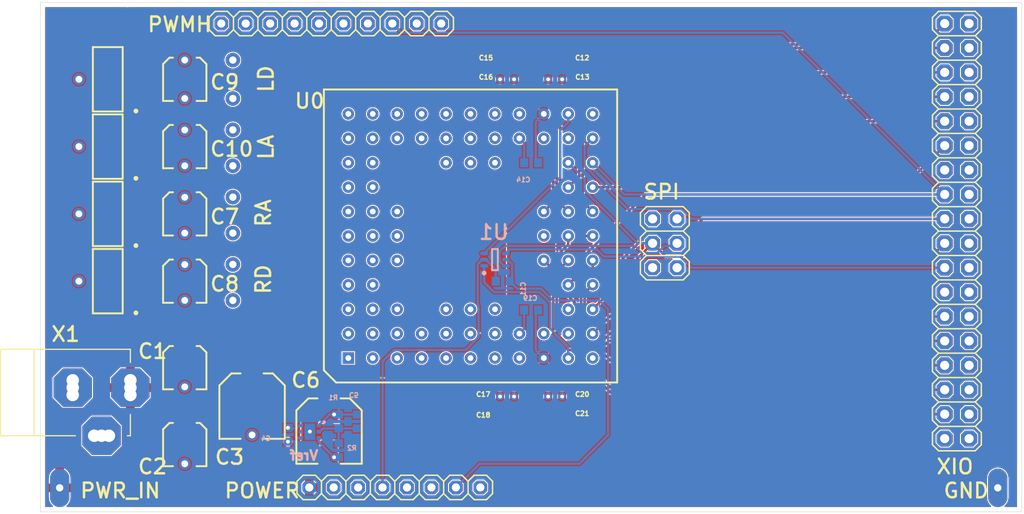
<source format=kicad_pcb>
(kicad_pcb (version 20241229) (generator "pcbnew") (generator_version "9.0")
  (layers (0 "F.Cu" signal "Component Side") (4 "In1.Cu" signal "Power") (6 "In2.Cu" signal "Ground") (2 "B.Cu" signal "Solder Side") (13 "F.Paste" user "Top Paste") (15 "B.Paste" user "Bottom Paste") (5 "F.SilkS" user "Top Overlay") (7 "B.SilkS" user "Bottom Overlay") (1 "F.Mask" user "Top Solder") (3 "B.Mask" user "Bottom Solder") (25 "Edge.Cuts" user))
  (net 0 "")
  (net 1 "Test_Pin")
  (net 2 "G1-L")
  (net 3 "SEL")
  (net 4 "G1-R")
  (net 5 "Vref")
  (net 6 "RNout")
  (net 7 "RDVDD")
  (net 8 "RAVDD")
  (net 9 "phi3")
  (net 10 "phi2")
  (net 11 "phi1")
  (net 12 "Nout")
  (net 13 "NetXIO_34")
  (net 14 "NetXIO_32")
  (net 15 "NetXIO_30")
  (net 16 "NetXIO_28")
  (net 17 "NetXIO_26")
  (net 18 "G2-L")
  (net 19 "NetXIO_24")
  (net 20 "NetXIO_23")
  (net 21 "NetXIO_22")
  (net 22 "G2-R")
  (net 23 "NetXIO_20")
  (net 24 "NetXIO_18")
  (net 25 "NetXIO_16")
  (net 26 "NetXIO_14")
  (net 27 "NetXIO_13")
  (net 28 "NetXIO_12")
  (net 29 "G3-L")
  (net 30 "NetXIO_10")
  (net 31 "G3-R")
  (net 32 "NetXIO_8")
  (net 33 "Sclk-L")
  (net 34 "NetXIO_6")
  (net 35 "NetXIO_4")
  (net 36 "NetXIO_2")
  (net 37 "NetPWMH_5")
  (net 38 "NetPWMH_10")
  (net 39 "NetPWMH_9")
  (net 40 "NetPWMH_8")
  (net 41 "NetPWMH_7")
  (net 42 "NetPWMH_6")
  (net 43 "NetPWMH_4")
  (net 44 "NetPWMH_2")
  (net 45 "NetPWMH_1")
  (net 46 "NetPOWER_8")
  (net 47 "NetPOWER_5")
  (net 48 "uC_3V3")
  (net 49 "NetPOWER_3")
  (net 50 "NetPOWER_2")
  (net 51 "NetC5_1")
  (net 52 "NetC1_1")
  (net 53 "LNout")
  (net 54 "LDVDD")
  (net 55 "LAVDD")
  (net 56 "Sclk-R")
  (net 57 "Sin-L")
  (net 58 "Sin-R")
  (net 59 "COMMON_GND")
  (footprint "Arduino_DUE_V02b:1X08" (layer "F.Cu") (at 134.3311 128.9636)
    (property "Reference" "POWER")
    (property "Value" "8x1F-H8.5" (hide yes))
  )
  (footprint "CBCM IC:CAPAE4643X55M" (layer "F.Cu") (at 112.5011 86.5036 -90)
    (property "Reference" "C9")
    (property "Value" "10uF" (hide yes))
  )
  (footprint "Arduino_DUE_V02b:POWERSUPPLY_DC-21MM" (layer "F.Cu") (at 100.5011 118.5036 90)
    (property "Reference" "X1")
    (property "Value" "POWERSUPPLY_DC21MMX" (hide yes))
  )
  (footprint "CBCM IC:CAPC1608X09N" (layer "F.Cu") (at 151.0011 86.5036)
    (property "Reference" "C13")
    (property "Value" "1uF" (hide yes))
  )
  (footprint "CBCM IC:CAPAE4643X55M" (layer "F.Cu") (at 112.5011 100.5036 -90)
    (property "Reference" "C7")
    (property "Value" "10uF" (hide yes))
  )
  (footprint "" (layer "F.Cu") (at 117.5011 95.5036)
    (property "Reference" "")
    (property "Value" "")
  )
  (footprint "CBCM IC:CAPAE7066X77M" (layer "F.Cu") (at 127.5011 123.0996 -90)
    (property "Reference" "C6")
    (property "Value" "100uF" (hide yes))
  )
  (footprint "CBCM IC:SOT230P700X180-4N" (layer "F.Cu") (at 104.5011 107.5036 180)
    (property "Reference" "RD")
    (property "Value" "UA78M33QDCYRQ1" (hide yes))
  )
  (footprint "CBCM IC:CAPAE4643X55M" (layer "F.Cu") (at 112.5011 116.5036 -90)
    (property "Reference" "C1")
    (property "Value" "10uF" (hide yes))
  )
  (footprint "CBCM IC:CAPAE7066X77M" (layer "F.Cu") (at 119.5011 120.5036 -90)
    (property "Reference" "C3")
    (property "Value" "100uF" (hide yes))
  )
  (footprint "CBCM IC:CAPC1608X09N" (layer "F.Cu") (at 151.0011 119.5036 180)
    (property "Reference" "C20")
    (property "Value" "1uF" (hide yes))
  )
  (footprint "CBCM IC:SOT230P700X180-4N" (layer "F.Cu") (at 104.5011 100.5036 180)
    (property "Reference" "RA")
    (property "Value" "UA78M33QDCYRQ1" (hide yes))
  )
  (footprint "CBCM IC:CAPC1608X09N" (layer "F.Cu") (at 151.0011 121.5036 180)
    (property "Reference" "C21")
    (property "Value" "0.1uF" (hide yes))
  )
  (footprint "Arduino_DUE_V02b:2X03" (layer "F.Cu") (at 162.3981 103.5636 -90)
    (property "Reference" "SPI")
    (property "Value" "3x2M" (hide yes))
  )
  (footprint "CBCM IC:PGA85x11" (layer "F.Cu") (at 129.5011 115.5036 90)
    (property "Reference" "U0")
    (property "Value" "CBCM IC" (hide yes))
  )
  (footprint "CBCM IC:CAPC1608X09N" (layer "F.Cu") (at 146.0011 119.5036)
    (property "Reference" "C17")
    (property "Value" "1uF" (hide yes))
  )
  (footprint "" (layer "F.Cu") (at 117.5011 109.5036)
    (property "Reference" "")
    (property "Value" "")
  )
  (footprint "CBCM IC:CAPC1608X09N" (layer "F.Cu") (at 146.0011 86.5036 180)
    (property "Reference" "C16")
    (property "Value" "1uF" (hide yes))
  )
  (footprint "CBCM IC:SOT230P700X180-4N" (layer "F.Cu") (at 104.5011 86.5036 180)
    (property "Reference" "LD")
    (property "Value" "UA78M33QDCYRQ1" (hide yes))
  )
  (footprint "" (layer "F.Cu") (at 117.5011 105.7636)
    (property "Reference" "")
    (property "Value" "")
  )
  (footprint "" (layer "F.Cu") (at 117.5011 88.5036)
    (property "Reference" "")
    (property "Value" "")
  )
  (footprint "" (layer "F.Cu") (at 197.0011 129.0036)
    (property "Reference" "")
    (property "Value" "")
  )
  (footprint "" (layer "F.Cu") (at 117.5011 102.5036)
    (property "Reference" "")
    (property "Value" "")
  )
  (footprint "CBCM IC:CAPAE4643X55M" (layer "F.Cu") (at 112.5011 107.5036 -90)
    (property "Reference" "C8")
    (property "Value" "10uF" (hide yes))
  )
  (footprint "CBCM IC:CAPC1608X09N" (layer "F.Cu") (at 151.0011 84.5036)
    (property "Reference" "C12")
    (property "Value" "0.1uF" (hide yes))
  )
  (footprint "CBCM IC:CAPAE4643X55M" (layer "F.Cu") (at 112.5011 124.5036 -90)
    (property "Reference" "C2")
    (property "Value" "47uF" (hide yes))
  )
  (footprint "CBCM IC:SOT230P700X180-4N" (layer "F.Cu") (at 104.5011 93.5036 180)
    (property "Reference" "LA")
    (property "Value" "UA78M33QDCYRQ1" (hide yes))
  )
  (footprint "" (layer "F.Cu") (at 99.5011 129.0036)
    (property "Reference" "")
    (property "Value" "")
  )
  (footprint "Arduino_DUE_V02b:1X10" (layer "F.Cu") (at 127.7271 80.7036 180)
    (property "Reference" "PWMH")
    (property "Value" "10x1F-H8.5" (hide yes))
  )
  (footprint "Arduino_DUE_V02b:2X18" (layer "F.Cu") (at 192.7511 102.2936 -90)
    (property "Reference" "XIO")
    (property "Value" "18x2F-H8.5" (hide yes))
  )
  (footprint "" (layer "F.Cu") (at 117.5011 98.7636)
    (property "Reference" "")
    (property "Value" "")
  )
  (footprint "" (layer "F.Cu") (at 117.5011 84.5036)
    (property "Reference" "")
    (property "Value" "")
  )
  (footprint "" (layer "F.Cu") (at 117.5011 91.7636)
    (property "Reference" "")
    (property "Value" "")
  )
  (footprint "CBCM IC:CAPC1608X09N" (layer "F.Cu") (at 146.0011 84.5036 180)
    (property "Reference" "C15")
    (property "Value" "0.1uF" (hide yes))
  )
  (footprint "CBCM IC:CAPC1608X09N" (layer "F.Cu") (at 146.0011 121.5036)
    (property "Reference" "C18")
    (property "Value" "0.1uF" (hide yes))
  )
  (footprint "CBCM IC:CAPAE4643X55M" (layer "F.Cu") (at 112.5011 93.5036 -90)
    (property "Reference" "C10")
    (property "Value" "10uF" (hide yes))
  )
  (footprint "CBCM IC:RESC1608X09N" (layer "B.Cu") (at 128.5011 122.0996 90)
    (property "Reference" "R1")
    (property "Value" "130k" (hide yes))
  )
  (footprint "CBCM IC:CAPC1608X09N" (layer "B.Cu") (at 123.2261 123.4796 -90)
    (property "Reference" "C4")
    (property "Value" "1uF" (hide yes))
  )
  (footprint "CBCM IC:CAPC1608X09N" (layer "B.Cu") (at 130.4411 122.0996 90)
    (property "Reference" "C5")
    (property "Value" "10nF" (hide yes))
  )
  (footprint "CBCM IC:CAPC1608X09N" (layer "B.Cu") (at 145.55466 107.5036 180)
    (property "Reference" "C11")
    (property "Value" "0.1uF" (hide yes))
  )
  (footprint "CBCM IC:TSOP65P210X110-6N" (layer "B.Cu") (at 144.7411 105.2636)
    (property "Reference" "U1")
    (property "Value" "TMUX1247" (hide yes))
  )
  (footprint "CBCM IC:CAPC1608X09N" (layer "B.Cu") (at 148.5011 95.1836)
    (property "Reference" "C14")
    (property "Value" "1uF" (hide yes))
  )
  (footprint "NCP705MTADJTCG:WDFN6" (layer "B.Cu") (at 125.5011 123.1596 -90)
    (property "Reference" "Vref")
    (property "Value" "NCP705MTADJTCG" (hide yes))
  )
  (footprint "CBCM IC:RESC1608X09N" (layer "B.Cu") (at 128.5011 125.0996 90)
    (property "Reference" "R2")
    (property "Value" "98.8k" (hide yes))
  )
  (footprint "CBCM IC:CAPC1608X09N" (layer "B.Cu") (at 148.5011 110.5036 180)
    (property "Reference" "C19")
    (property "Value" "1uF" (hide yes))
  )
  (gr_line (start 97.5011 131.5036) (end 199.5011 131.5036) (stroke (width 0.05)) (layer "Edge.Cuts"))
  (gr_line (start 97.5011 78.5036) (end 97.5011 131.5036) (stroke (width 0.05)) (layer "Edge.Cuts"))
  (gr_line (start 199.5011 131.5036) (end 199.5011 78.5036) (stroke (width 0.05)) (layer "Edge.Cuts"))
  (gr_line (start 199.5011 78.5036) (end 97.5011 78.5036) (stroke (width 0.05)) (layer "Edge.Cuts"))
  (gr_text "PWR_IN" (at 101.5011 130.19029 0) (layer "F.SilkS") (effects (font (size 1.524 1.524) (thickness 0.254)) (justify left bottom)))
  (gr_text "GND" (at 191.2271 130.19029 0) (layer "F.SilkS") (effects (font (size 1.524 1.524) (thickness 0.254)) (justify left bottom)))
  (segment (start 150.7961 89.45536) (end 157.37186 82.8796) (width 0.254) (layer "F.Cu") (net 1))
  (segment (start 149.8211 100.2636) (end 150.7961 99.2886) (width 0.254) (layer "F.Cu") (net 1))
  (segment (start 189.3051 82.8796) (end 191.4811 80.7036) (width 0.254) (layer "F.Cu") (net 1))
  (segment (start 157.37186 82.8796) (end 189.3051 82.8796) (width 0.254) (layer "F.Cu") (net 1))
  (segment (start 150.7961 99.2886) (end 150.7961 89.45536) (width 0.254) (layer "F.Cu") (net 1))
  (segment (start 151.1601 100.3026) (end 151.1601 89.60613) (width 0.254) (layer "F.Cu") (net 2))
  (segment (start 151.1601 89.60613) (end 157.52263 83.2436) (width 0.254) (layer "F.Cu") (net 2))
  (segment (start 153.6611 102.8036) (end 154.9011 102.8036) (width 0.254) (layer "F.Cu") (net 2))
  (segment (start 151.1601 100.3026) (end 153.6611 102.8036) (width 0.254) (layer "F.Cu") (net 2))
  (segment (start 157.52263 83.2436) (end 191.4811 83.2436) (width 0.254) (layer "F.Cu") (net 2))
  (segment (start 164.00177 104.9396) (end 165.16577 106.1036) (width 0.254) (layer "B.Cu") (net 3))
  (segment (start 156.0701 104.9396) (end 164.00177 104.9396) (width 0.254) (layer "B.Cu") (net 3))
  (segment (start 165.16577 106.1036) (end 191.4811 106.1036) (width 0.254) (layer "B.Cu") (net 3))
  (segment (start 155.33054 104.20004) (end 156.0701 104.9396) (width 0.254) (layer "B.Cu") (net 3))
  (segment (start 146.27966 104.20004) (end 155.33054 104.20004) (width 0.254) (layer "B.Cu") (net 3))
  (segment (start 145.8661 104.6136) (end 146.27966 104.20004) (width 0.254) (layer "B.Cu") (net 3))
  (segment (start 151.5241 108.23029) (end 151.5241 106.1806) (width 0.254) (layer "F.Cu") (net 4))
  (segment (start 155.5261 114.5286) (end 157.2611 116.2636) (width 0.254) (layer "F.Cu") (net 4))
  (segment (start 153.3361 113.61184) (end 153.3361 110.04229) (width 0.254) (layer "F.Cu") (net 4))
  (segment (start 151.5241 108.23029) (end 153.3361 110.04229) (width 0.254) (layer "F.Cu") (net 4))
  (segment (start 154.25286 114.5286) (end 155.5261 114.5286) (width 0.254) (layer "F.Cu") (net 4))
  (segment (start 191.4041 116.3406) (end 191.4811 116.2636) (width 0.254) (layer "F.Cu") (net 4))
  (segment (start 153.3361 113.61184) (end 154.25286 114.5286) (width 0.254) (layer "F.Cu") (net 4))
  (segment (start 157.2611 116.2636) (end 191.4811 116.2636) (width 0.254) (layer "F.Cu") (net 4))
  (segment (start 151.5241 106.1806) (end 152.3611 105.3436) (width 0.254) (layer "F.Cu") (net 4))
  (via (at 128.0261 121.3746) (size 0.8) (drill 0.4) (layers "F.Cu" "B.Cu") (net 5))
  (segment (start 148.9841 114.6666) (end 149.8211 115.5036) (width 0.254) (layer "B.Cu") (net 5))
  (segment (start 148.9841 94.9416) (end 148.9841 90.9406) (width 0.254) (layer "B.Cu") (net 5))
  (segment (start 148.9841 110.7456) (end 149.2261 110.5036) (width 0.254) (layer "B.Cu") (net 5))
  (segment (start 128.0261 121.3746) (end 128.5011 121.3746) (width 0.254) (layer "B.Cu") (net 5))
  (segment (start 148.9841 90.9406) (end 149.8211 90.1036) (width 0.254) (layer "B.Cu") (net 5))
  (segment (start 126.4261 122.4996) (end 127.5511 121.3746) (width 0.254) (layer "B.Cu") (net 5))
  (segment (start 128.5011 121.3746) (end 130.4411 121.3746) (width 0.254) (layer "B.Cu") (net 5))
  (segment (start 127.5511 121.3746) (end 128.0261 121.3746) (width 0.254) (layer "B.Cu") (net 5))
  (segment (start 148.9841 94.9416) (end 149.2261 95.1836) (width 0.254) (layer "B.Cu") (net 5))
  (segment (start 148.9841 114.6666) (end 148.9841 110.7456) (width 0.254) (layer "B.Cu") (net 5))
  (segment (start 144.6411 108.6436) (end 149.3801 108.6436) (width 0.254) (layer "B.Cu") (net 6))
  (segment (start 150.5011 112.4599) (end 150.5011 109.7646) (width 0.254) (layer "B.Cu") (net 6))
  (segment (start 143.6161 107.6186) (end 144.6411 108.6436) (width 0.254) (layer "B.Cu") (net 6))
  (segment (start 149.3801 108.6436) (end 150.5011 109.7646) (width 0.254) (layer "B.Cu") (net 6))
  (segment (start 152.3611 115.5036) (end 152.3611 114.3199) (width 0.254) (layer "B.Cu") (net 6))
  (segment (start 150.5011 112.4599) (end 152.3611 114.3199) (width 0.254) (layer "B.Cu") (net 6))
  (segment (start 143.6161 107.6186) (end 143.6161 105.9136) (width 0.254) (layer "B.Cu") (net 6))
  (segment (start 107.4261 105.2036) (end 111.9261 105.2036) (width 0.9) (layer "F.Cu") (net 7))
  (segment (start 111.9261 105.2036) (end 112.5011 105.7786) (width 0.254) (layer "F.Cu") (net 7))
  (segment (start 150.2761 121.5036) (end 150.2761 119.5036) (width 0.5) (layer "F.Cu") (net 7))
  (via (at 112.5011 105.7786) (size 1.27) (drill 0.7112) (layers "F.Cu" "B.Cu") (net 7))
  (via (at 150.2761 119.5036) (size 0.8) (drill 0.4) (layers "F.Cu" "B.Cu") (net 7))
  (segment (start 146.7261 121.5036) (end 146.7261 119.5036) (width 0.5) (layer "F.Cu") (net 8))
  (segment (start 107.4261 98.2036) (end 111.9261 98.2036) (width 0.9) (layer "F.Cu") (net 8))
  (segment (start 111.9261 98.2036) (end 112.5011 98.7786) (width 0.254) (layer "F.Cu") (net 8))
  (via (at 112.5011 98.7786) (size 1.27) (drill 0.7112) (layers "F.Cu" "B.Cu") (net 8))
  (via (at 146.7261 119.5036) (size 0.8) (drill 0.4) (layers "F.Cu" "B.Cu") (net 8))
  (segment (start 154.9011 112.9636) (end 158.46923 109.39547) (width 0.254) (layer "F.Cu") (net 9))
  (segment (start 162.4351 104.8706) (end 190.1741 104.8706) (width 0.254) (layer "F.Cu") (net 9))
  (segment (start 190.1741 104.8706) (end 191.4811 103.5636) (width 0.254) (layer "F.Cu") (net 9))
  (segment (start 158.46923 109.39547) (end 158.46923 106.22247) (width 0.254) (layer "F.Cu") (net 9))
  (segment (start 158.46923 106.22247) (end 161.1281 103.5636) (width 0.254) (layer "F.Cu") (net 9))
  (segment (start 161.1281 103.5636) (end 162.4351 104.8706) (width 0.254) (layer "F.Cu") (net 9))
  (segment (start 154.0641 98.07029) (end 154.0641 96.8866) (width 0.254) (layer "B.Cu") (net 9))
  (segment (start 159.55741 103.5636) (end 160.61333 103.5636) (width 0.254) (layer "B.Cu") (net 9))
  (segment (start 152.3611 95.1836) (end 154.0641 96.8866) (width 0.254) (layer "B.Cu") (net 9))
  (segment (start 154.0641 98.07029) (end 159.55741 103.5636) (width 0.254) (layer "B.Cu") (net 9))
  (segment (start 165.1401 102.2286) (end 166.3451 101.0236) (width 0.254) (layer "F.Cu") (net 10))
  (segment (start 156.84933 108.47537) (end 156.84933 106.3447) (width 0.254) (layer "F.Cu") (net 10))
  (segment (start 154.9011 110.4236) (end 156.84933 108.47537) (width 0.254) (layer "F.Cu") (net 10))
  (segment (start 166.3451 101.0236) (end 191.4811 101.0236) (width 0.254) (layer "F.Cu") (net 10))
  (segment (start 160.96543 102.2286) (end 165.1401 102.2286) (width 0.254) (layer "F.Cu") (net 10))
  (segment (start 156.84933 106.3447) (end 160.96543 102.2286) (width 0.254) (layer "F.Cu") (net 10))
  (segment (start 154.0641 95.53029) (end 158.54541 100.0116) (width 0.254) (layer "B.Cu") (net 10))
  (segment (start 165.16577 101.0236) (end 191.4811 101.0236) (width 0.254) (layer "B.Cu") (net 10))
  (segment (start 164.15377 100.0116) (end 165.16577 101.0236) (width 0.254) (layer "B.Cu") (net 10))
  (segment (start 158.54541 100.0116) (end 164.15377 100.0116) (width 0.254) (layer "B.Cu") (net 10))
  (segment (start 154.0641 93.4806) (end 154.9011 92.6436) (width 0.254) (layer "B.Cu") (net 10))
  (segment (start 154.0641 95.53029) (end 154.0641 93.4806) (width 0.254) (layer "B.Cu") (net 10))
  (segment (start 153.5011 105.38729) (end 160.40479 98.4836) (width 0.254) (layer "F.Cu") (net 11))
  (segment (start 152.3611 107.8836) (end 153.5011 106.7436) (width 0.254) (layer "F.Cu") (net 11))
  (segment (start 160.40479 98.4836) (end 191.4811 98.4836) (width 0.254) (layer "F.Cu") (net 11))
  (segment (start 153.5011 106.7436) (end 153.5011 105.38729) (width 0.254) (layer "F.Cu") (net 11))
  (segment (start 174.6493 81.6518) (end 191.4811 98.4836) (width 0.254) (layer "B.Cu") (net 11))
  (segment (start 135.0253 81.6518) (end 174.6493 81.6518) (width 0.254) (layer "B.Cu") (net 11))
  (segment (start 158.2011 98.4836) (end 191.4811 98.4836) (width 0.254) (layer "B.Cu") (net 11))
  (segment (start 134.0771 80.7036) (end 135.0253 81.6518) (width 0.254) (layer "B.Cu") (net 11))
  (segment (start 154.9011 95.1836) (end 158.2011 98.4836) (width 0.254) (layer "B.Cu") (net 11))
  (segment (start 145.67309 105.9136) (end 145.8661 105.9136) (width 0.254) (layer "B.Cu") (net 12))
  (segment (start 162.35333 103.83604) (end 163.22866 103.83604) (width 0.254) (layer "B.Cu") (net 12))
  (segment (start 145.2041 105.44461) (end 145.67309 105.9136) (width 0.254) (layer "B.Cu") (net 12))
  (segment (start 145.80065 103.83604) (end 159.31507 103.83604) (width 0.254) (layer "B.Cu") (net 12))
  (segment (start 161.61377 104.5756) (end 162.35333 103.83604) (width 0.254) (layer "B.Cu") (net 12))
  (segment (start 159.31507 103.83604) (end 160.05463 104.5756) (width 0.254) (layer "B.Cu") (net 12))
  (segment (start 145.2041 105.44461) (end 145.2041 104.43259) (width 0.254) (layer "B.Cu") (net 12))
  (segment (start 160.05463 104.5756) (end 161.61377 104.5756) (width 0.254) (layer "B.Cu") (net 12))
  (segment (start 145.2041 104.43259) (end 145.80065 103.83604) (width 0.254) (layer "B.Cu") (net 12))
  (segment (start 187.1611 97.7236) (end 191.4811 93.4036) (width 0.254) (layer "F.Cu") (net 18))
  (segment (start 154.55441 98.07029) (end 154.9011 97.7236) (width 0.254) (layer "F.Cu") (net 18))
  (segment (start 154.9011 97.7236) (end 187.1611 97.7236) (width 0.254) (layer "F.Cu") (net 18))
  (segment (start 150.7961 113.11437) (end 150.7961 106.3186) (width 0.254) (layer "F.Cu") (net 22))
  (segment (start 152.34833 114.6666) (end 152.70779 114.6666) (width 0.254) (layer "F.Cu") (net 22))
  (segment (start 150.7961 113.11437) (end 152.34833 114.6666) (width 0.254) (layer "F.Cu") (net 22))
  (segment (start 153.1981 115.51637) (end 153.1981 115.1569) (width 0.254) (layer "F.Cu") (net 22))
  (segment (start 157.3641 119.1676) (end 159.5401 121.3436) (width 0.254) (layer "F.Cu") (net 22))
  (segment (start 152.70779 114.6666) (end 153.1981 115.1569) (width 0.254) (layer "F.Cu") (net 22))
  (segment (start 153.1981 115.51637) (end 156.84933 119.1676) (width 0.254) (layer "F.Cu") (net 22))
  (segment (start 149.8211 105.3436) (end 150.7961 106.3186) (width 0.254) (layer "F.Cu") (net 22))
  (segment (start 159.5401 121.3436) (end 191.4811 121.3436) (width 0.254) (layer "F.Cu") (net 22))
  (segment (start 156.84933 119.1676) (end 157.3641 119.1676) (width 0.254) (layer "F.Cu") (net 22))
  (segment (start 152.3611 97.7236) (end 153.5011 96.5836) (width 0.254) (layer "F.Cu") (net 29))
  (segment (start 153.5011 96.5836) (end 153.5011 90.1036) (width 0.254) (layer "F.Cu") (net 29))
  (segment (start 155.2811 88.3236) (end 191.4811 88.3236) (width 0.254) (layer "F.Cu") (net 29))
  (segment (start 153.5011 90.1036) (end 155.2811 88.3236) (width 0.254) (layer "F.Cu") (net 29))
  (segment (start 154.55441 113.8006) (end 155.85223 113.8006) (width 0.254) (layer "F.Cu") (net 31))
  (segment (start 158.46923 111.1836) (end 191.4811 111.1836) (width 0.254) (layer "F.Cu") (net 31))
  (segment (start 154.0641 113.31029) (end 154.55441 113.8006) (width 0.254) (layer "F.Cu") (net 31))
  (segment (start 154.0641 108.7206) (end 154.9011 107.8836) (width 0.254) (layer "F.Cu") (net 31))
  (segment (start 155.85223 113.8006) (end 158.46923 111.1836) (width 0.254) (layer "F.Cu") (net 31))
  (segment (start 154.0641 113.31029) (end 154.0641 108.7206) (width 0.254) (layer "F.Cu") (net 31))
  (segment (start 151.5241 89.7569) (end 155.4974 85.7836) (width 0.254) (layer "F.Cu") (net 33))
  (segment (start 151.5241 99.4266) (end 152.3611 100.2636) (width 0.254) (layer "F.Cu") (net 33))
  (segment (start 155.4974 85.7836) (end 191.4811 85.7836) (width 0.254) (layer "F.Cu") (net 33))
  (segment (start 152.17309 100.2636) (end 152.3611 100.2636) (width 0.254) (layer "F.Cu") (net 33))
  (segment (start 151.5241 99.4266) (end 151.5241 89.7569) (width 0.254) (layer "F.Cu") (net 33))
  (segment (start 142.9541 105.73259) (end 143.42309 105.2636) (width 0.254) (layer "B.Cu") (net 48))
  (segment (start 143.80911 105.2636) (end 144.82966 106.28415) (width 0.254) (layer "B.Cu") (net 48))
  (segment (start 133.0611 128.9636) (end 133.0611 115.8399) (width 0.254) (layer "B.Cu") (net 48))
  (segment (start 133.0611 115.8399) (end 134.23441 114.6666) (width 0.254) (layer "B.Cu") (net 48))
  (segment (start 144.82966 107.5036) (end 144.82966 106.28415) (width 0.254) (layer "B.Cu") (net 48))
  (segment (start 143.0381 113.31029) (end 143.0381 110.0769) (width 0.254) (layer "B.Cu") (net 48))
  (segment (start 143.6161 105.2636) (end 143.80911 105.2636) (width 0.254) (layer "B.Cu") (net 48))
  (segment (start 134.23441 114.6666) (end 141.6818 114.6666) (width 0.254) (layer "B.Cu") (net 48))
  (segment (start 141.6818 114.6666) (end 143.0381 113.31029) (width 0.254) (layer "B.Cu") (net 48))
  (segment (start 142.9541 109.9929) (end 142.9541 105.73259) (width 0.254) (layer "B.Cu") (net 48))
  (segment (start 142.9541 109.9929) (end 143.0381 110.0769) (width 0.254) (layer "B.Cu") (net 48))
  (segment (start 143.42309 105.2636) (end 143.6161 105.2636) (width 0.254) (layer "B.Cu") (net 48))
  (segment (start 128.5011 124.3746) (end 128.5011 122.8246) (width 0.254) (layer "B.Cu") (net 51))
  (segment (start 128.5011 122.8246) (end 130.4411 122.8246) (width 0.254) (layer "B.Cu") (net 51))
  (segment (start 126.86127 122.8246) (end 128.5011 122.8246) (width 0.254) (layer "B.Cu") (net 51))
  (segment (start 126.4261 123.1596) (end 126.52627 123.1596) (width 0.254) (layer "B.Cu") (net 51))
  (segment (start 126.52627 123.1596) (end 126.86127 122.8246) (width 0.254) (layer "B.Cu") (net 51))
  (segment (start 105.5891 118.5798) (end 105.82836 118.5798) (width 0.254) (layer "F.Cu") (net 52))
  (segment (start 105.5891 118.5798) (end 105.5891 117.29506) (width 0.254) (layer "F.Cu") (net 52))
  (segment (start 105.5891 119.86454) (end 105.5891 118.5798) (width 0.254) (layer "F.Cu") (net 52))
  (via (at 123.2261 122.7546) (size 0.8) (drill 0.4) (layers "F.Cu" "B.Cu") (net 52))
  (segment (start 105.5891 118.5798) (end 105.82836 118.5798) (width 0.254) (layer "B.Cu") (net 52))
  (segment (start 124.0641 123.8196) (end 124.0641 122.84072) (width 0.254) (layer "B.Cu") (net 52))
  (segment (start 124.0641 123.8196) (end 124.5761 123.8196) (width 0.254) (layer "B.Cu") (net 52))
  (segment (start 124.0641 122.84072) (end 124.40523 122.4996) (width 0.254) (layer "B.Cu") (net 52))
  (segment (start 123.2261 122.84072) (end 124.0641 122.84072) (width 0.254) (layer "B.Cu") (net 52))
  (segment (start 123.2261 122.84072) (end 123.2261 122.7546) (width 0.254) (layer "B.Cu") (net 52))
  (segment (start 124.40523 122.4996) (end 124.5761 122.4996) (width 0.254) (layer "B.Cu") (net 52))
  (segment (start 143.6161 104.6136) (end 151.5241 96.7056) (width 0.254) (layer "B.Cu") (net 53))
  (segment (start 151.5241 96.7056) (end 151.5241 91.8066) (width 0.254) (layer "B.Cu") (net 53))
  (segment (start 152.3611 90.9696) (end 152.3611 90.1036) (width 0.254) (layer "B.Cu") (net 53))
  (segment (start 151.5241 91.8066) (end 152.3611 90.9696) (width 0.254) (layer "B.Cu") (net 53))
  (segment (start 111.9261 84.2036) (end 112.5011 84.7786) (width 0.254) (layer "F.Cu") (net 54))
  (segment (start 107.4261 84.2036) (end 111.9261 84.2036) (width 0.9) (layer "F.Cu") (net 54))
  (segment (start 150.2761 86.5036) (end 150.2761 84.5036) (width 0.5) (layer "F.Cu") (net 54))
  (via (at 112.5011 84.5036) (size 1.27) (drill 0.7112) (layers "F.Cu" "B.Cu") (net 54))
  (via (at 150.2761 86.5036) (size 0.8) (drill 0.4) (layers "F.Cu" "B.Cu") (net 54))
  (segment (start 107.4261 91.2036) (end 111.9261 91.2036) (width 0.9) (layer "F.Cu") (net 55))
  (segment (start 146.7261 86.5036) (end 146.7261 84.5036) (width 0.5) (layer "F.Cu") (net 55))
  (segment (start 111.9261 91.2036) (end 112.5011 91.7786) (width 0.254) (layer "F.Cu") (net 55))
  (via (at 146.7261 86.5036) (size 0.8) (drill 0.4) (layers "F.Cu" "B.Cu") (net 55))
  (via (at 112.5011 91.7786) (size 1.27) (drill 0.7112) (layers "F.Cu" "B.Cu") (net 55))
  (segment (start 153.7001 113.46107) (end 154.40363 114.1646) (width 0.254) (layer "F.Cu") (net 56))
  (segment (start 154.40363 114.1646) (end 156.1371 114.1646) (width 0.254) (layer "F.Cu") (net 56))
  (segment (start 153.7001 113.46107) (end 153.7001 107.7046) (width 0.254) (layer "F.Cu") (net 56))
  (segment (start 154.9011 106.5036) (end 154.9011 105.3436) (width 0.254) (layer "F.Cu") (net 56))
  (segment (start 156.5781 113.7236) (end 191.4811 113.7236) (width 0.254) (layer "F.Cu") (net 56))
  (segment (start 153.7001 107.7046) (end 154.9011 106.5036) (width 0.254) (layer "F.Cu") (net 56))
  (segment (start 156.1371 114.1646) (end 156.5781 113.7236) (width 0.254) (layer "F.Cu") (net 56))
  (segment (start 191.4811 113.8006) (end 191.4811 113.7236) (width 0.254) (layer "F.Cu") (net 56))
  (segment (start 153.8651 92.4959) (end 155.4974 90.8636) (width 0.254) (layer "F.Cu") (net 57))
  (segment (start 153.8651 99.2276) (end 153.8651 92.4959) (width 0.254) (layer "F.Cu") (net 57))
  (segment (start 153.8651 99.2276) (end 154.9011 100.2636) (width 0.254) (layer "F.Cu") (net 57))
  (segment (start 155.4974 90.8636) (end 191.4811 90.8636) (width 0.254) (layer "F.Cu") (net 57))
  (segment (start 191.4811 90.9406) (end 191.4811 90.8636) (width 0.254) (layer "F.Cu") (net 57))
  (segment (start 151.1601 104.8706) (end 152.3611 103.6696) (width 0.254) (layer "F.Cu") (net 58))
  (segment (start 157.0001 118.8036) (end 191.4811 118.8036) (width 0.254) (layer "F.Cu") (net 58))
  (segment (start 152.4991 114.3026) (end 152.85857 114.3026) (width 0.254) (layer "F.Cu") (net 58))
  (segment (start 152.85857 114.3026) (end 153.5621 115.00613) (width 0.254) (layer "F.Cu") (net 58))
  (segment (start 153.5621 115.3656) (end 153.5621 115.00613) (width 0.254) (layer "F.Cu") (net 58))
  (segment (start 152.01087 102.8036) (end 152.3611 102.8036) (width 0.254) (layer "F.Cu") (net 58))
  (segment (start 152.3611 103.6696) (end 152.3611 102.8036) (width 0.254) (layer "F.Cu") (net 58))
  (segment (start 151.1601 112.9636) (end 151.1601 104.8706) (width 0.254) (layer "F.Cu") (net 58))
  (segment (start 151.1601 112.9636) (end 152.4991 114.3026) (width 0.254) (layer "F.Cu") (net 58))
  (segment (start 153.5621 115.3656) (end 157.0001 118.8036) (width 0.254) (layer "F.Cu") (net 58))
  (segment (start 145.2761 86.5036) (end 145.2761 84.5036) (width 0.5) (layer "F.Cu") (net 59))
  (segment (start 107.4261 86.5036) (end 108.5011 86.5036) (width 0.254) (layer "F.Cu") (net 59))
  (segment (start 107.4261 93.5036) (end 108.5011 93.5036) (width 0.9) (layer "F.Cu") (net 59))
  (segment (start 151.7261 121.5036) (end 151.7261 119.5036) (width 0.5) (layer "F.Cu") (net 59))
  (segment (start 151.7261 86.5036) (end 151.7261 84.5036) (width 0.5) (layer "F.Cu") (net 59))
  (segment (start 145.2761 121.5036) (end 145.2761 119.5036) (width 0.5) (layer "F.Cu") (net 59))
  (segment (start 110.7761 107.5036) (end 112.5011 109.2286) (width 0.9) (layer "F.Cu") (net 59))
  (segment (start 107.4261 107.5036) (end 110.7761 107.5036) (width 0.9) (layer "F.Cu") (net 59))
  (segment (start 110.7761 100.5036) (end 112.5011 102.2286) (width 0.9) (layer "F.Cu") (net 59))
  (segment (start 107.4261 100.5036) (end 110.7761 100.5036) (width 0.9) (layer "F.Cu") (net 59))
  (segment (start 108.5011 86.5036) (end 110.2261 88.2286) (width 0.9) (layer "F.Cu") (net 59))
  (segment (start 110.2261 88.2286) (end 112.5011 88.2286) (width 0.9) (layer "F.Cu") (net 59))
  (segment (start 110.2261 95.2286) (end 112.5011 95.2286) (width 0.9) (layer "F.Cu") (net 59))
  (segment (start 108.5011 93.5036) (end 110.2261 95.2286) (width 0.9) (layer "F.Cu") (net 59))
  (via (at 112.5011 118.5036) (size 1.27) (drill 0.7112) (layers "F.Cu" "B.Cu") (net 59))
  (via (at 151.7261 119.5036) (size 0.8) (drill 0.4) (layers "F.Cu" "B.Cu") (net 59))
  (via (at 151.7261 86.5036) (size 0.8) (drill 0.4) (layers "F.Cu" "B.Cu") (net 59))
  (via (at 101.5011 107.5036) (size 1.27) (drill 0.7112) (layers "F.Cu" "B.Cu") (net 59))
  (via (at 101.5011 86.5036) (size 1.27) (drill 0.7112) (layers "F.Cu" "B.Cu") (net 59))
  (via (at 112.5011 126.5036) (size 1.27) (drill 0.7112) (layers "F.Cu" "B.Cu") (net 59))
  (via (at 112.5011 109.5036) (size 1.27) (drill 0.7112) (layers "F.Cu" "B.Cu") (net 59))
  (via (at 119.5011 123.5036) (size 1.27) (drill 0.7112) (layers "F.Cu" "B.Cu") (net 59))
  (via (at 145.2761 86.5036) (size 0.8) (drill 0.4) (layers "F.Cu" "B.Cu") (net 59))
  (via (at 123.2261 124.2046) (size 0.8) (drill 0.4) (layers "F.Cu" "B.Cu") (net 59))
  (via (at 125.5011 123.1596) (size 0.8) (drill 0.4) (layers "F.Cu" "B.Cu") (net 59))
  (via (at 112.5011 102.5036) (size 1.27) (drill 0.7112) (layers "F.Cu" "B.Cu") (net 59))
  (via (at 101.5011 93.5036) (size 1.27) (drill 0.7112) (layers "F.Cu" "B.Cu") (net 59))
  (via (at 128.0261 125.8246) (size 0.8) (drill 0.4) (layers "F.Cu" "B.Cu") (net 59))
  (via (at 101.5011 100.5036) (size 1.27) (drill 0.7112) (layers "F.Cu" "B.Cu") (net 59))
  (via (at 145.2761 119.5036) (size 0.8) (drill 0.4) (layers "F.Cu" "B.Cu") (net 59))
  (via (at 112.5011 88.5036) (size 1.27) (drill 0.7112) (layers "F.Cu" "B.Cu") (net 59))
  (via (at 112.5011 95.5036) (size 1.27) (drill 0.7112) (layers "F.Cu" "B.Cu") (net 59))
  (segment (start 146.5281 107.5036) (end 146.5281 105.73259) (width 0.254) (layer "B.Cu") (net 59))
  (segment (start 153.5011 126.5036) (end 156.5011 123.5036) (width 0.254) (layer "B.Cu") (net 59))
  (segment (start 147.7761 95.1836) (end 147.7761 93.1386) (width 0.254) (layer "B.Cu") (net 59))
  (segment (start 146.27966 107.5036) (end 147.05566 108.2796) (width 0.254) (layer "B.Cu") (net 59))
  (segment (start 146.05911 105.2636) (end 146.5281 105.73259) (width 0.254) (layer "B.Cu") (net 59))
  (segment (start 147.2811 92.6436) (end 147.7761 93.1386) (width 0.254) (layer "B.Cu") (net 59))
  (segment (start 126.4261 124.2246) (end 128.0261 125.8246) (width 0.254) (layer "B.Cu") (net 59))
  (segment (start 143.1411 126.5036) (end 153.5011 126.5036) (width 0.254) (layer "B.Cu") (net 59))
  (segment (start 156.5011 123.5036) (end 156.5011 110.4236) (width 0.254) (layer "B.Cu") (net 59))
  (segment (start 147.2811 112.9636) (end 147.7761 112.4686) (width 0.254) (layer "B.Cu") (net 59))
  (segment (start 147.05566 108.2796) (end 149.53087 108.2796) (width 0.254) (layer "B.Cu") (net 59))
  (segment (start 150.75487 109.5036) (end 155.5811 109.5036) (width 0.254) (layer "B.Cu") (net 59))
  (segment (start 155.5811 109.5036) (end 156.5011 110.4236) (width 0.254) (layer "B.Cu") (net 59))
  (segment (start 128.0261 125.8246) (end 128.5011 125.8246) (width 0.254) (layer "B.Cu") (net 59))
  (segment (start 126.4261 124.2246) (end 126.4261 123.8196) (width 0.254) (layer "B.Cu") (net 59))
  (segment (start 146.27966 107.5036) (end 146.5281 107.5036) (width 0.254) (layer "B.Cu") (net 59))
  (segment (start 145.8661 105.2636) (end 146.05911 105.2636) (width 0.254) (layer "B.Cu") (net 59))
  (segment (start 149.53087 108.2796) (end 150.75487 109.5036) (width 0.254) (layer "B.Cu") (net 59))
  (segment (start 147.7761 112.4686) (end 147.7761 110.5036) (width 0.254) (layer "B.Cu") (net 59))
  (segment (start 140.6811 128.9636) (end 143.1411 126.5036) (width 0.254) (layer "B.Cu") (net 59))
  (zone (net 52) (net_name "NetC1_1") (layer "F.Cu") (priority 56) (connect_pads (clearance 0.5)) (min_thickness 0.25) (fill yes (thermal_gap 0.254) (thermal_bridge_width 0.9))
    (polygon (pts (xy 98.0011 79.0036) (xy 106.5011 79.0036) (xy 106.5011 112.9636) (xy 124.5011 112.9636) (xy 124.50109 131.00361) (xy 98.0011 131.0036)))
  )
  (zone (net 0) (net_name "") (layer "F.Cu") (priority 6) (connect_pads (clearance 0.5)) (min_thickness 0.25) (fill yes (thermal_gap 0.254) (thermal_bridge_width 0.9))
    (polygon (pts (xy 98.0011 79.0036) (xy 199.00111 79.0036) (xy 199.00111 131.0036) (xy 98.0011 131.0036)))
  )
  (zone (net 5) (net_name "Vref") (layer "F.Cu") (priority 8) (connect_pads (clearance 0.5)) (min_thickness 0.25) (fill yes (thermal_gap 0.254) (thermal_bridge_width 0.9))
    (polygon (pts (xy 124.03616 112.9636) (xy 124.03616 131.00361) (xy 132.0011 131.00361) (xy 132.0011 130.4636) (xy 132.0011 117.5036) (xy 151.0011 117.5036) (xy 151.0011 88.0036) (xy 146.0011 88.0036) (xy 146.0011 112.9636)))
  )
  (zone (net 0) (net_name "") (layer "B.Cu") (priority 4) (connect_pads (clearance 0.5)) (min_thickness 0.25) (fill yes (thermal_gap 0.254) (thermal_bridge_width 0.9))
    (polygon (pts (xy 98.00109 79.0036) (xy 199.0011 79.00361) (xy 199.0011 131.0036) (xy 98.00109 131.0036)))
  )
)
</source>
